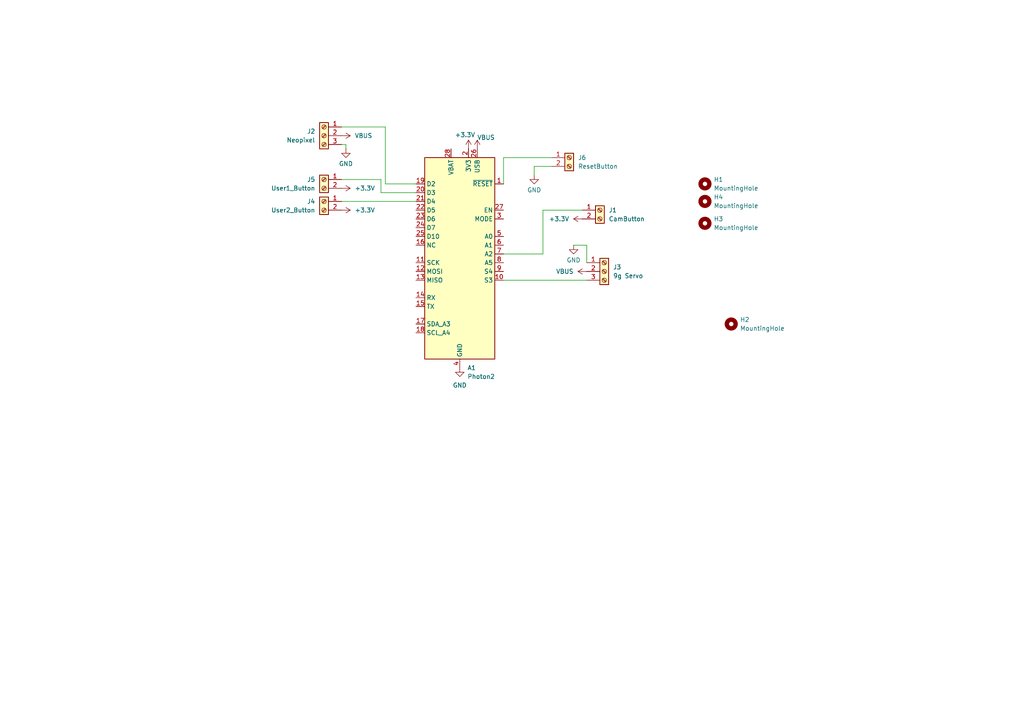
<source format=kicad_sch>
(kicad_sch (version 20231120) (generator "eeschema") (generator_version "8.0")
  (paper "A4")
  (lib_symbols
    (symbol "Connector:Screw_Terminal_01x02" (pin_names (offset 1.016) hide)
      (property "Reference" "J" (at 0 2.54 0))
      (property "Value" "Screw_Terminal_01x02" (at 0 -5.08 0))
      (symbol "Screw_Terminal_01x02_1_1"
        (rectangle (start -1.27 1.27) (end 1.27 -3.81) (stroke (width 0.254)) (fill (type background)))
        (circle (center 0 -2.54) (radius 0.635) (stroke (width 0.1524)))
        (polyline (pts (xy -0.5334 -2.2098) (xy 0.3302 -3.048)) (stroke (width 0.1524)))
        (polyline (pts (xy -0.5334 0.3302) (xy 0.3302 -0.508)) (stroke (width 0.1524)))
        (polyline (pts (xy -0.3556 -2.032) (xy 0.508 -2.8702)) (stroke (width 0.1524)))
        (polyline (pts (xy -0.3556 0.508) (xy 0.508 -0.3302)) (stroke (width 0.1524)))
        (circle (center 0 0) (radius 0.635) (stroke (width 0.1524)))
        (pin passive line (at -5.08 0 0) (length 3.81) (name "Pin_1") (number "1"))
        (pin passive line (at -5.08 -2.54 0) (length 3.81) (name "Pin_2") (number "2"))
      )
    )
    (symbol "Connector:Screw_Terminal_01x03" (pin_names (offset 1.016) hide)
      (property "Reference" "J" (at 0 5.08 0))
      (property "Value" "Screw_Terminal_01x03" (at 0 -5.08 0))
      (symbol "Screw_Terminal_01x03_1_1"
        (rectangle (start -1.27 3.81) (end 1.27 -3.81) (stroke (width 0.254)) (fill (type background)))
        (circle (center 0 -2.54) (radius 0.635) (stroke (width 0.1524)))
        (polyline (pts (xy -0.5334 -2.2098) (xy 0.3302 -3.048)) (stroke (width 0.1524)))
        (polyline (pts (xy -0.5334 0.3302) (xy 0.3302 -0.508)) (stroke (width 0.1524)))
        (polyline (pts (xy -0.5334 2.8702) (xy 0.3302 2.032)) (stroke (width 0.1524)))
        (polyline (pts (xy -0.3556 -2.032) (xy 0.508 -2.8702)) (stroke (width 0.1524)))
        (polyline (pts (xy -0.3556 0.508) (xy 0.508 -0.3302)) (stroke (width 0.1524)))
        (polyline (pts (xy -0.3556 3.048) (xy 0.508 2.2098)) (stroke (width 0.1524)))
        (circle (center 0 0) (radius 0.635) (stroke (width 0.1524)))
        (circle (center 0 2.54) (radius 0.635) (stroke (width 0.1524)))
        (pin passive line (at -5.08 2.54 0) (length 3.81) (name "Pin_1") (number "1"))
        (pin passive line (at -5.08 0 0) (length 3.81) (name "Pin_2") (number "2"))
        (pin passive line (at -5.08 -2.54 0) (length 3.81) (name "Pin_3") (number "3"))
      )
    )
    (symbol "Mechanical:MountingHole" (pin_names (offset 1.016)) (exclude_from_sim yes) (in_bom no)
      (property "Reference" "H" (at 0 5.08 0))
      (property "Value" "MountingHole" (at 0 3.175 0))
      (symbol "MountingHole_0_1"
        (circle (center 0 0) (radius 1.27) (stroke (width 1.27)))
      )
    )
    (symbol "Particle:Photon2"
      (property "Reference" "A" (at -10.16 29.21 0))
      (property "Value" "Photon2" (at 2.54 -31.75 0))
      (symbol "Photon2_0_1"
        (rectangle (start -10.16 27.94) (end 10.16 -30.48) (stroke (width 0.254)) (fill (type background)))
      )
      (symbol "Photon2_1_1"
        (pin input line (at 12.7 20.32 180) (length 2.54) (name "~{RESET}") (number "1"))
        (pin bidirectional line (at 12.7 -7.62 180) (length 2.54) (name "S3") (number "10"))
        (pin bidirectional line (at -12.7 -2.54 0) (length 2.54) (name "SCK") (number "11"))
        (pin bidirectional line (at -12.7 -5.08 0) (length 2.54) (name "MOSI") (number "12"))
        (pin bidirectional line (at -12.7 -7.62 0) (length 2.54) (name "MISO") (number "13"))
        (pin bidirectional line (at -12.7 -12.7 0) (length 2.54) (name "RX") (number "14"))
        (pin bidirectional line (at -12.7 -15.24 0) (length 2.54) (name "TX") (number "15"))
        (pin bidirectional line (at -12.7 2.54 0) (length 2.54) (name "NC") (number "16"))
        (pin bidirectional line (at -12.7 -20.32 0) (length 2.54) (name "SDA_A3") (number "17"))
        (pin bidirectional line (at -12.7 -22.86 0) (length 2.54) (name "SCL_A4") (number "18"))
        (pin bidirectional line (at -12.7 20.32 0) (length 2.54) (name "D2") (number "19"))
        (pin power_in line (at 2.54 30.48 270) (length 2.54) (name "3V3") (number "2"))
        (pin bidirectional line (at -12.7 17.78 0) (length 2.54) (name "D3") (number "20"))
        (pin bidirectional line (at -12.7 15.24 0) (length 2.54) (name "D4") (number "21"))
        (pin bidirectional line (at -12.7 12.7 0) (length 2.54) (name "D5") (number "22"))
        (pin bidirectional line (at -12.7 10.16 0) (length 2.54) (name "D6") (number "23"))
        (pin bidirectional line (at -12.7 7.62 0) (length 2.54) (name "D7") (number "24"))
        (pin bidirectional line (at -12.7 5.08 0) (length 2.54) (name "D10") (number "25"))
        (pin power_in line (at 5.08 30.48 270) (length 2.54) (name "USB") (number "26"))
        (pin input line (at 12.7 12.7 180) (length 2.54) (name "EN") (number "27"))
        (pin power_in line (at -2.54 30.48 270) (length 2.54) (name "VBAT") (number "28"))
        (pin input line (at 12.7 10.16 180) (length 2.54) (name "MODE") (number "3"))
        (pin power_in line (at 0 -33.02 90) (length 2.54) (name "GND") (number "4"))
        (pin bidirectional line (at 12.7 5.08 180) (length 2.54) (name "A0") (number "5"))
        (pin bidirectional line (at 12.7 2.54 180) (length 2.54) (name "A1") (number "6"))
        (pin bidirectional line (at 12.7 0 180) (length 2.54) (name "A2") (number "7"))
        (pin bidirectional line (at 12.7 -2.54 180) (length 2.54) (name "A5") (number "8"))
        (pin bidirectional line (at 12.7 -5.08 180) (length 2.54) (name "S4") (number "9"))
      )
    )
    (symbol "power:+3.3V" (power) (pin_numbers hide) (pin_names (offset 0) hide)
      (property "Value" "+3.3V" (at 0 3.556 0))
      (symbol "+3.3V_0_1"
        (polyline (pts (xy -0.762 1.27) (xy 0 2.54)))
        (polyline (pts (xy 0 0) (xy 0 2.54)))
        (polyline (pts (xy 0 2.54) (xy 0.762 1.27)))
      )
      (symbol "+3.3V_1_1"
        (pin power_in line (at 0 0 90) (length 0) (name "~") (number "1"))
      )
    )
    (symbol "power:GND" (power) (pin_numbers hide) (pin_names (offset 0) hide)
      (property "Value" "GND" (at 0 -3.81 0))
      (symbol "GND_0_1"
        (polyline (pts (xy 0 0) (xy 0 -1.27) (xy 1.27 -1.27) (xy 0 -2.54) (xy -1.27 -1.27) (xy 0 -1.27)))
      )
      (symbol "GND_1_1"
        (pin power_in line (at 0 0 270) (length 0) (name "~") (number "1"))
      )
    )
    (symbol "power:VBUS" (power) (pin_numbers hide) (pin_names (offset 0) hide)
      (property "Value" "VBUS" (at 0 3.556 0))
      (symbol "VBUS_0_1"
        (polyline (pts (xy -0.762 1.27) (xy 0 2.54)))
        (polyline (pts (xy 0 0) (xy 0 2.54)))
        (polyline (pts (xy 0 2.54) (xy 0.762 1.27)))
      )
      (symbol "VBUS_1_1"
        (pin power_in line (at 0 0 90) (length 0) (name "~") (number "1"))
      )
    )
  )
  (wire (pts (xy 157.48 73.66) (xy 146.05 73.66)))
  (wire (pts (xy 99.06 52.07) (xy 110.49 52.07)))
  (wire (pts (xy 99.06 41.91) (xy 100.33 41.91)))
  (wire (pts (xy 157.48 60.96) (xy 157.48 73.66)))
  (wire (pts (xy 170.18 81.28) (xy 146.05 81.28)))
  (wire (pts (xy 100.33 41.91) (xy 100.33 43.18)))
  (wire (pts (xy 170.18 71.12) (xy 166.37 71.12)))
  (wire (pts (xy 110.49 55.88) (xy 120.65 55.88)))
  (wire (pts (xy 99.06 58.42) (xy 120.65 58.42)))
  (wire (pts (xy 110.49 52.07) (xy 110.49 55.88)))
  (wire (pts (xy 160.02 48.26) (xy 154.94 48.26)))
  (wire (pts (xy 160.02 45.72) (xy 146.05 45.72)))
  (wire (pts (xy 111.76 53.34) (xy 120.65 53.34)))
  (wire (pts (xy 99.06 36.83) (xy 111.76 36.83)))
  (wire (pts (xy 111.76 36.83) (xy 111.76 53.34)))
  (wire (pts (xy 170.18 76.2) (xy 170.18 71.12)))
  (wire (pts (xy 168.91 60.96) (xy 157.48 60.96)))
  (wire (pts (xy 146.05 45.72) (xy 146.05 53.34)))
  (wire (pts (xy 154.94 48.26) (xy 154.94 50.8)))
  (symbol (lib_id "Connector:Screw_Terminal_01x02") (at 173.99 60.96 0) (unit 1)
    (property "Reference" "J1" (at 176.53 60.9599 0) (effects (justify left)))
    (property "Value" "CamButton" (at 176.53 63.4999 0) (effects (justify left)))
    (property "Footprint" "TerminalBlock_Phoenix:TerminalBlock_Phoenix_MPT-0,5-2-2.54_1x02_P2.54mm_Horizontal" (effects (hide yes)))
    (property "Description" "Generic screw terminal, single row, 01x02, script generated (kicad-library-utils/schlib/autogen/connector/)" (effects (hide yes)))
  )
  (symbol (lib_id "Connector:Screw_Terminal_01x02") (at 93.98 52.07 0) (mirror y) (unit 1)
    (property "Reference" "J5" (at 91.44 52.0699 0) (effects (justify left)))
    (property "Value" "User1_Button" (at 91.44 54.6099 0) (effects (justify left)))
    (property "Footprint" "TerminalBlock_Phoenix:TerminalBlock_Phoenix_MPT-0,5-2-2.54_1x02_P2.54mm_Horizontal" (effects (hide yes)))
    (property "Description" "Generic screw terminal, single row, 01x02, script generated (kicad-library-utils/schlib/autogen/connector/)" (effects (hide yes)))
  )
  (symbol (lib_id "Connector:Screw_Terminal_01x03") (at 93.98 39.37 0) (mirror y) (unit 1)
    (property "Reference" "J2" (at 91.44 38.0999 0) (effects (justify left)))
    (property "Value" "Neopixel" (at 91.44 40.6399 0) (effects (justify left)))
    (property "Footprint" "TerminalBlock_Phoenix:TerminalBlock_Phoenix_MPT-0,5-3-2.54_1x03_P2.54mm_Horizontal" (effects (hide yes)))
    (property "Description" "Generic screw terminal, single row, 01x03, script generated (kicad-library-utils/schlib/autogen/connector/)" (effects (hide yes)))
  )
  (symbol (lib_id "power:GND") (at 133.35 106.68 0) (unit 1)
    (property "Reference" "#PWR04" (effects (hide yes)))
    (property "Value" "GND" (at 133.35 111.76 0))
    (property "Description" "Power symbol creates a global label with name \"GND\" , ground" (effects (hide yes)))
  )
  (symbol (lib_id "power:GND") (at 154.94 50.8 0) (unit 1)
    (property "Reference" "#PWR011" (effects (hide yes)))
    (property "Value" "GND" (at 154.94 55.118 0))
    (property "Description" "Power symbol creates a global label with name \"GND\" , ground" (effects (hide yes)))
  )
  (symbol (lib_id "power:VBUS") (at 170.18 78.74 90) (unit 1)
    (property "Reference" "#PWR03" (effects (hide yes)))
    (property "Value" "VBUS" (at 166.37 78.7399 90) (effects (justify left)))
    (property "Description" "Power symbol creates a global label with name \"VBUS\"" (effects (hide yes)))
  )
  (symbol (lib_id "power:+3.3V") (at 135.89 43.18 0) (unit 1)
    (property "Reference" "#PWR02" (effects (hide yes)))
    (property "Value" "+3.3V" (at 134.874 39.116 0))
    (property "Description" "Power symbol creates a global label with name \"+3.3V\"" (effects (hide yes)))
  )
  (symbol (lib_id "Mechanical:MountingHole") (at 204.47 53.34 0) (unit 1) (exclude_from_sim yes) (in_bom no)
    (property "Reference" "H1" (at 207.01 52.0699 0) (effects (justify left)))
    (property "Value" "MountingHole" (at 207.01 54.6099 0) (effects (justify left)))
    (property "Footprint" "MountingHole:MountingHole_2.5mm_Pad" (effects (hide yes)))
    (property "Description" "Mounting Hole without connection" (effects (hide yes)))
  )
  (symbol (lib_id "power:+3.3V") (at 99.06 54.61 270) (mirror x) (unit 1)
    (property "Reference" "#PWR010" (effects (hide yes)))
    (property "Value" "+3.3V" (at 102.87 54.6099 90) (effects (justify left)))
    (property "Description" "Power symbol creates a global label with name \"+3.3V\"" (effects (hide yes)))
  )
  (symbol (lib_id "power:GND") (at 100.33 43.18 0) (mirror y) (unit 1)
    (property "Reference" "#PWR07" (effects (hide yes)))
    (property "Value" "GND" (at 100.33 47.498 0))
    (property "Description" "Power symbol creates a global label with name \"GND\" , ground" (effects (hide yes)))
  )
  (symbol (lib_id "Mechanical:MountingHole") (at 204.47 58.42 0) (unit 1) (exclude_from_sim yes) (in_bom no)
    (property "Reference" "H4" (at 207.01 57.1499 0) (effects (justify left)))
    (property "Value" "MountingHole" (at 207.01 59.6899 0) (effects (justify left)))
    (property "Footprint" "MountingHole:MountingHole_2.5mm_Pad" (effects (hide yes)))
    (property "Description" "Mounting Hole without connection" (effects (hide yes)))
  )
  (symbol (lib_id "power:+3.3V") (at 99.06 60.96 270) (mirror x) (unit 1)
    (property "Reference" "#PWR09" (effects (hide yes)))
    (property "Value" "+3.3V" (at 102.87 60.9599 90) (effects (justify left)))
    (property "Description" "Power symbol creates a global label with name \"+3.3V\"" (effects (hide yes)))
  )
  (symbol (lib_id "Connector:Screw_Terminal_01x03") (at 175.26 78.74 0) (unit 1)
    (property "Reference" "J3" (at 177.8 77.4699 0) (effects (justify left)))
    (property "Value" "9g Servo" (at 177.8 80.0099 0) (effects (justify left)))
    (property "Footprint" "TerminalBlock_Phoenix:TerminalBlock_Phoenix_MPT-0,5-3-2.54_1x03_P2.54mm_Horizontal" (effects (hide yes)))
    (property "Description" "Generic screw terminal, single row, 01x03, script generated (kicad-library-utils/schlib/autogen/connector/)" (effects (hide yes)))
  )
  (symbol (lib_id "Mechanical:MountingHole") (at 204.47 64.77 0) (unit 1) (exclude_from_sim yes) (in_bom no)
    (property "Reference" "H3" (at 207.01 63.4999 0) (effects (justify left)))
    (property "Value" "MountingHole" (at 207.01 66.0399 0) (effects (justify left)))
    (property "Footprint" "MountingHole:MountingHole_2.5mm_Pad" (effects (hide yes)))
    (property "Description" "Mounting Hole without connection" (effects (hide yes)))
  )
  (symbol (lib_id "power:VBUS") (at 99.06 39.37 270) (mirror x) (unit 1)
    (property "Reference" "#PWR06" (effects (hide yes)))
    (property "Value" "VBUS" (at 102.87 39.3699 90) (effects (justify left)))
    (property "Description" "Power symbol creates a global label with name \"VBUS\"" (effects (hide yes)))
  )
  (symbol (lib_id "Mechanical:MountingHole") (at 212.09 93.98 0) (unit 1) (exclude_from_sim yes) (in_bom no)
    (property "Reference" "H2" (at 214.63 92.7099 0) (effects (justify left)))
    (property "Value" "MountingHole" (at 214.63 95.2499 0) (effects (justify left)))
    (property "Footprint" "MountingHole:MountingHole_2.5mm_Pad" (effects (hide yes)))
    (property "Description" "Mounting Hole without connection" (effects (hide yes)))
  )
  (symbol (lib_id "Particle:Photon2") (at 133.35 73.66 0) (unit 1)
    (property "Reference" "A1" (at 135.5441 106.68 0) (effects (justify left)))
    (property "Value" "Photon2" (at 135.5441 109.22 0) (effects (justify left)))
    (property "Footprint" "Particle:Photon2" (effects (hide yes)))
    (property "Datasheet" "https://docs.particle.io/reference/datasheets/wi-fi/photon-2-datasheet/" (effects (hide yes)))
    (property "Description" "Microcontroller module in various flavor, generic symbol" (effects (hide yes)))
  )
  (symbol (lib_id "power:GND") (at 166.37 71.12 0) (unit 1)
    (property "Reference" "#PWR05" (effects (hide yes)))
    (property "Value" "GND" (at 166.37 75.438 0))
    (property "Description" "Power symbol creates a global label with name \"GND\" , ground" (effects (hide yes)))
  )
  (symbol (lib_id "Connector:Screw_Terminal_01x02") (at 93.98 58.42 0) (mirror y) (unit 1)
    (property "Reference" "J4" (at 91.44 58.4199 0) (effects (justify left)))
    (property "Value" "User2_Button" (at 91.44 60.9599 0) (effects (justify left)))
    (property "Footprint" "TerminalBlock_Phoenix:TerminalBlock_Phoenix_MPT-0,5-2-2.54_1x02_P2.54mm_Horizontal" (effects (hide yes)))
    (property "Description" "Generic screw terminal, single row, 01x02, script generated (kicad-library-utils/schlib/autogen/connector/)" (effects (hide yes)))
  )
  (symbol (lib_id "power:+3.3V") (at 168.91 63.5 90) (unit 1)
    (property "Reference" "#PWR08" (effects (hide yes)))
    (property "Value" "+3.3V" (at 165.1 63.4999 90) (effects (justify left)))
    (property "Description" "Power symbol creates a global label with name \"+3.3V\"" (effects (hide yes)))
  )
  (symbol (lib_id "power:VBUS") (at 138.43 43.18 0) (unit 1)
    (property "Reference" "#PWR01" (effects (hide yes)))
    (property "Value" "VBUS" (at 140.97 39.878 0))
    (property "Description" "Power symbol creates a global label with name \"VBUS\"" (effects (hide yes)))
  )
  (symbol (lib_id "Connector:Screw_Terminal_01x02") (at 165.1 45.72 0) (unit 1)
    (property "Reference" "J6" (at 167.64 45.7199 0) (effects (justify left)))
    (property "Value" "ResetButton" (at 167.64 48.2599 0) (effects (justify left)))
    (property "Footprint" "TerminalBlock_Phoenix:TerminalBlock_Phoenix_MPT-0,5-2-2.54_1x02_P2.54mm_Horizontal" (effects (hide yes)))
    (property "Description" "Generic screw terminal, single row, 01x02, script generated (kicad-library-utils/schlib/autogen/connector/)" (effects (hide yes)))
  )
)
</source>
